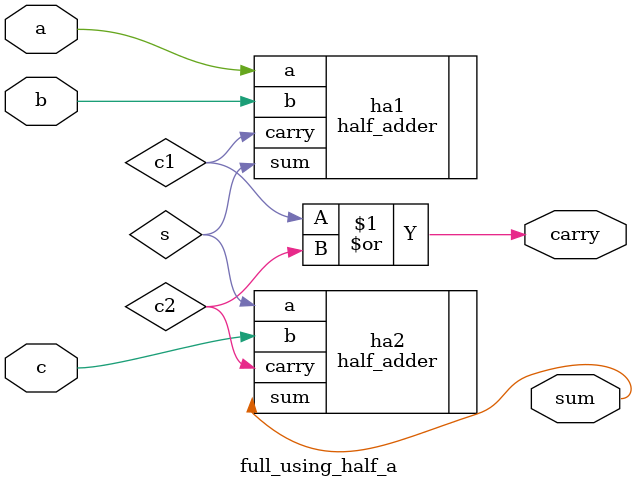
<source format=v>
module full_using_half_a(a,b,c,sum,carry);

//port direction
input a,b,c; //input
output sum,carry; //output
wire s; //wire
wire c1,c2; //wire

//instentiate half_adder
half_adder ha1(.sum(s),.carry(c1),.a(a),.b(b));
half_adder ha2(.sum(sum),.carry(c2),.a(s),.b(c));
or o1(carry,c1,c2);

//gate level modeling
//xor x1(s,a,b);
//xor x2(sum,s,c);
//and a1(c1,a,b);
//and a2(c2,s,c);
//or o1(carry,c1,c2);

endmodule
</source>
